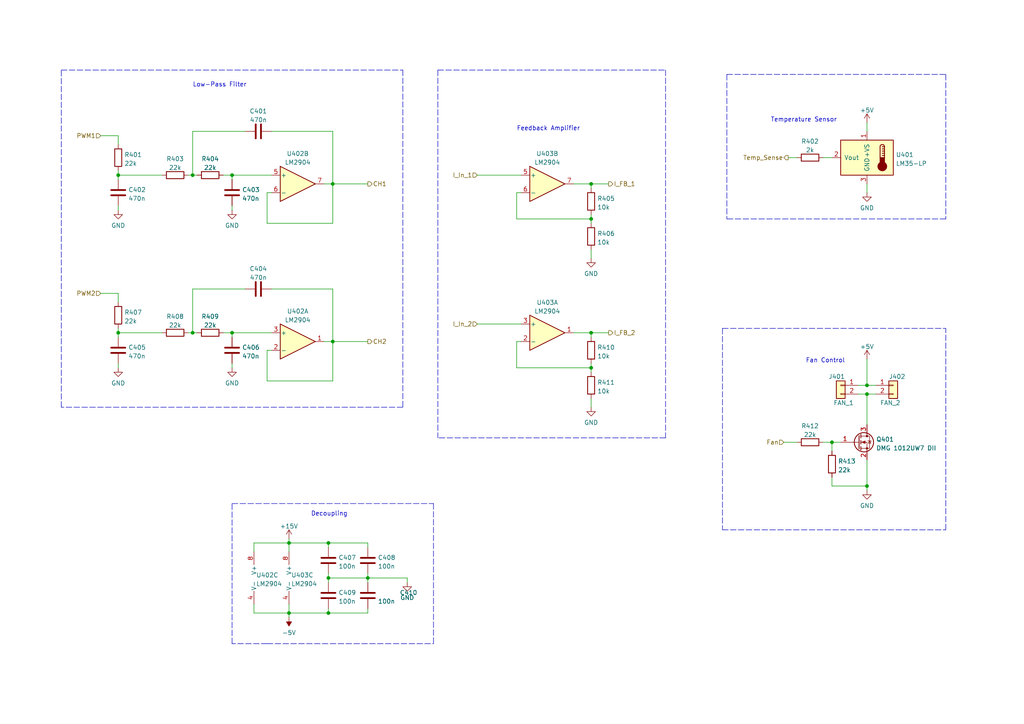
<source format=kicad_sch>
(kicad_sch (version 20211123) (generator eeschema)
  (paper "A4")
  (lib_symbols
    (symbol "Amplifier_Operational:LM2904" (pin_names (offset 0.127))
      (property "Reference" "U" (at 0 5.08 0))
      (property "Value" "LM2904" (at 0 -5.08 0))
      (symbol "LM2904_1_1"
        (polyline (pts (xy -5.08 5.08) (xy 5.08 0) (xy -5.08 -5.08) (xy -5.08 5.08)) (stroke (width 0.254)) (fill (type background)))
        (pin output line (at 7.62 0 180) (length 2.54) (name "~") (number "1"))
        (pin input line (at -7.62 -2.54 0) (length 2.54) (name "-") (number "2"))
        (pin input line (at -7.62 2.54 0) (length 2.54) (name "+") (number "3"))
      )
      (symbol "LM2904_2_1"
        (polyline (pts (xy -5.08 5.08) (xy 5.08 0) (xy -5.08 -5.08) (xy -5.08 5.08)) (stroke (width 0.254)) (fill (type background)))
        (pin input line (at -7.62 2.54 0) (length 2.54) (name "+") (number "5"))
        (pin input line (at -7.62 -2.54 0) (length 2.54) (name "-") (number "6"))
        (pin output line (at 7.62 0 180) (length 2.54) (name "~") (number "7"))
      )
      (symbol "LM2904_3_1"
        (pin power_in line (at -2.54 -7.62 90) (length 3.81) (name "V-") (number "4"))
        (pin power_in line (at -2.54 7.62 270) (length 3.81) (name "V+") (number "8"))
      )
    )
    (symbol "Connector_Generic:Conn_01x02" (pin_names (offset 1.016) hide)
      (property "Reference" "J" (at 0 2.54 0))
      (property "Value" "Conn_01x02" (at 0 -5.08 0))
      (symbol "Conn_01x02_1_1"
        (rectangle (start -1.27 -2.413) (end 0 -2.667) (stroke (width 0.1524)))
        (rectangle (start -1.27 0.127) (end 0 -0.127) (stroke (width 0.1524)))
        (rectangle (start -1.27 1.27) (end 1.27 -3.81) (stroke (width 0.254)) (fill (type background)))
        (pin passive line (at -5.08 0 0) (length 3.81) (name "Pin_1") (number "1"))
        (pin passive line (at -5.08 -2.54 0) (length 3.81) (name "Pin_2") (number "2"))
      )
    )
    (symbol "Device:C" (pin_numbers hide) (pin_names (offset 0.254))
      (property "Reference" "C" (at 0.635 2.54 0))
      (property "Value" "C" (at 0.635 -2.54 0))
      (symbol "C_0_1"
        (polyline (pts (xy -2.032 -0.762) (xy 2.032 -0.762)) (stroke (width 0.508)))
        (polyline (pts (xy -2.032 0.762) (xy 2.032 0.762)) (stroke (width 0.508)))
      )
      (symbol "C_1_1"
        (pin passive line (at 0 3.81 270) (length 2.794) (name "~") (number "1"))
        (pin passive line (at 0 -3.81 90) (length 2.794) (name "~") (number "2"))
      )
    )
    (symbol "Device:Q_NMOS_GSD" (pin_names (offset 0) hide)
      (property "Reference" "Q" (at 5.08 1.27 0))
      (property "Value" "Q_NMOS_GSD" (at 5.08 -1.27 0))
      (symbol "Q_NMOS_GSD_0_1"
        (polyline (pts (xy 0.254 0) (xy -2.54 0)))
        (polyline (pts (xy 0.254 1.905) (xy 0.254 -1.905)) (stroke (width 0.254)))
        (polyline (pts (xy 0.762 -1.27) (xy 0.762 -2.286)) (stroke (width 0.254)))
        (polyline (pts (xy 0.762 0.508) (xy 0.762 -0.508)) (stroke (width 0.254)))
        (polyline (pts (xy 0.762 2.286) (xy 0.762 1.27)) (stroke (width 0.254)))
        (polyline (pts (xy 2.54 2.54) (xy 2.54 1.778)))
        (polyline (pts (xy 2.54 -2.54) (xy 2.54 0) (xy 0.762 0)))
        (polyline (pts (xy 0.762 -1.778) (xy 3.302 -1.778) (xy 3.302 1.778) (xy 0.762 1.778)))
        (polyline (pts (xy 1.016 0) (xy 2.032 0.381) (xy 2.032 -0.381) (xy 1.016 0)) (fill (type outline)))
        (polyline (pts (xy 2.794 0.508) (xy 2.921 0.381) (xy 3.683 0.381) (xy 3.81 0.254)))
        (polyline (pts (xy 3.302 0.381) (xy 2.921 -0.254) (xy 3.683 -0.254) (xy 3.302 0.381)))
        (circle (center 1.651 0) (radius 2.794) (stroke (width 0.254)))
        (circle (center 2.54 -1.778) (radius 0.254) (fill (type outline)))
        (circle (center 2.54 1.778) (radius 0.254) (fill (type outline)))
      )
      (symbol "Q_NMOS_GSD_1_1"
        (pin input line (at -5.08 0 0) (length 2.54) (name "G") (number "1"))
        (pin passive line (at 2.54 -5.08 90) (length 2.54) (name "S") (number "2"))
        (pin passive line (at 2.54 5.08 270) (length 2.54) (name "D") (number "3"))
      )
    )
    (symbol "Device:R" (pin_numbers hide) (pin_names (offset 0))
      (property "Reference" "R" (at 2.032 0 90))
      (property "Value" "R" (at 0 0 90))
      (symbol "R_0_1"
        (rectangle (start -1.016 -2.54) (end 1.016 2.54) (stroke (width 0.254)))
      )
      (symbol "R_1_1"
        (pin passive line (at 0 3.81 270) (length 1.27) (name "~") (number "1"))
        (pin passive line (at 0 -3.81 90) (length 1.27) (name "~") (number "2"))
      )
    )
    (symbol "GND_1" (power) (pin_names (offset 0))
      (property "Value" "GND_1" (at 0 -3.81 0))
      (symbol "GND_1_0_1"
        (polyline (pts (xy 0 0) (xy 0 -1.27) (xy 1.27 -1.27) (xy 0 -2.54) (xy -1.27 -1.27) (xy 0 -1.27)))
      )
      (symbol "GND_1_1_1"
        (pin power_in line (at 0 0 270) (length 0) hide (name "GND") (number "1"))
      )
    )
    (symbol "Sensor_Temperature:LM35-LP" (pin_names (offset 1.016))
      (property "Reference" "U" (at -6.35 6.35 0))
      (property "Value" "LM35-LP" (at 1.27 6.35 0))
      (symbol "LM35-LP_0_1"
        (rectangle (start -7.62 5.08) (end 7.62 -5.08) (stroke (width 0.254)) (fill (type background)))
        (circle (center -4.445 -2.54) (radius 1.27) (stroke (width 0.254)) (fill (type outline)))
        (rectangle (start -3.81 -1.905) (end -5.08 0) (stroke (width 0.254)) (fill (type outline)))
        (arc (start -3.81 3.175) (mid -4.445 3.81) (end -5.08 3.175) (stroke (width 0.254)))
        (polyline (pts (xy -5.08 0.635) (xy -4.445 0.635)) (stroke (width 0.254)))
        (polyline (pts (xy -5.08 1.27) (xy -4.445 1.27)) (stroke (width 0.254)))
        (polyline (pts (xy -5.08 1.905) (xy -4.445 1.905)) (stroke (width 0.254)))
        (polyline (pts (xy -5.08 2.54) (xy -4.445 2.54)) (stroke (width 0.254)))
        (polyline (pts (xy -5.08 3.175) (xy -5.08 0)) (stroke (width 0.254)))
        (polyline (pts (xy -5.08 3.175) (xy -4.445 3.175)) (stroke (width 0.254)))
        (polyline (pts (xy -3.81 3.175) (xy -3.81 0)) (stroke (width 0.254)))
      )
      (symbol "LM35-LP_1_1"
        (pin power_in line (at 0 7.62 270) (length 2.54) (name "+VS") (number "1"))
        (pin output line (at 10.16 0 180) (length 2.54) (name "Vout") (number "2"))
        (pin power_in line (at 0 -7.62 90) (length 2.54) (name "GND") (number "3"))
      )
    )
    (symbol "power:+15V" (power) (pin_names (offset 0))
      (property "Value" "+15V" (at 0 3.556 0))
      (symbol "+15V_0_1"
        (polyline (pts (xy -0.762 1.27) (xy 0 2.54)))
        (polyline (pts (xy 0 0) (xy 0 2.54)))
        (polyline (pts (xy 0 2.54) (xy 0.762 1.27)))
      )
      (symbol "+15V_1_1"
        (pin power_in line (at 0 0 90) (length 0) hide (name "+15V") (number "1"))
      )
    )
    (symbol "power:+5V" (power) (pin_names (offset 0))
      (property "Value" "+5V" (at 0 3.556 0))
      (symbol "+5V_0_1"
        (polyline (pts (xy -0.762 1.27) (xy 0 2.54)))
        (polyline (pts (xy 0 0) (xy 0 2.54)))
        (polyline (pts (xy 0 2.54) (xy 0.762 1.27)))
      )
      (symbol "+5V_1_1"
        (pin power_in line (at 0 0 90) (length 0) hide (name "+5V") (number "1"))
      )
    )
    (symbol "power:-5V" (power) (pin_names (offset 0))
      (property "Value" "-5V" (at 0 3.81 0))
      (symbol "-5V_0_0"
        (pin power_in line (at 0 0 90) (length 0) hide (name "-5V") (number "1"))
      )
      (symbol "-5V_0_1"
        (polyline (pts (xy 0 0) (xy 0 1.27) (xy 0.762 1.27) (xy 0 2.54) (xy -0.762 1.27) (xy 0 1.27)) (fill (type outline)))
      )
    )
    (symbol "power:GND" (power) (pin_names (offset 0))
      (property "Value" "GND" (at 0 -3.81 0))
      (symbol "GND_0_1"
        (polyline (pts (xy 0 0) (xy 0 -1.27) (xy 1.27 -1.27) (xy 0 -2.54) (xy -1.27 -1.27) (xy 0 -1.27)))
      )
      (symbol "GND_1_1"
        (pin power_in line (at 0 0 270) (length 0) hide (name "GND") (number "1"))
      )
    )
  )
  (junction (at 95.25 167.64))
  (junction (at 251.46 111.76))
  (junction (at 171.45 63.5))
  (junction (at 67.31 50.8))
  (junction (at 251.46 114.3))
  (junction (at 106.68 167.64))
  (junction (at 83.82 157.48))
  (junction (at 95.25 157.48))
  (junction (at 171.45 106.68))
  (junction (at 171.45 53.34))
  (junction (at 55.88 96.52))
  (junction (at 67.31 96.52))
  (junction (at 83.82 177.8))
  (junction (at 96.52 99.06))
  (junction (at 251.46 140.97))
  (junction (at 95.25 177.8))
  (junction (at 34.29 50.8))
  (junction (at 34.29 96.52))
  (junction (at 171.45 96.52))
  (junction (at 55.88 50.8))
  (junction (at 96.52 53.34))
  (junction (at 241.3 128.27))
  (polyline (pts (xy 210.82 21.59) (xy 274.32 21.59)))
  (wire (pts (xy 29.21 85.09) (xy 34.29 85.09)))
  (wire (pts (xy 171.45 72.39) (xy 171.45 74.93)))
  (wire (pts (xy 171.45 106.68) (xy 171.45 107.95)))
  (wire (pts (xy 55.88 83.82) (xy 71.12 83.82)))
  (wire (pts (xy 171.45 115.57) (xy 171.45 118.11)))
  (wire (pts (xy 77.47 64.77) (xy 96.52 64.77)))
  (wire (pts (xy 166.37 96.52) (xy 171.45 96.52)))
  (wire (pts (xy 106.68 176.53) (xy 106.68 177.8)))
  (polyline (pts (xy 17.78 118.11) (xy 17.78 20.32)))
  (polyline (pts (xy 17.78 20.32) (xy 116.84 20.32)))
  (wire (pts (xy 78.74 55.88) (xy 77.47 55.88)))
  (wire (pts (xy 55.88 50.8) (xy 55.88 38.1)))
  (polyline (pts (xy 274.32 63.5) (xy 210.82 63.5)))
  (wire (pts (xy 251.46 35.56) (xy 251.46 38.1)))
  (wire (pts (xy 171.45 63.5) (xy 171.45 64.77)))
  (wire (pts (xy 228.6 45.72) (xy 231.14 45.72)))
  (polyline (pts (xy 67.31 146.05) (xy 125.73 146.05)))
  (polyline (pts (xy 67.31 186.69) (xy 67.31 146.05)))
  (wire (pts (xy 55.88 38.1) (xy 71.12 38.1)))
  (wire (pts (xy 166.37 53.34) (xy 171.45 53.34)))
  (wire (pts (xy 95.25 167.64) (xy 95.25 168.91)))
  (wire (pts (xy 227.33 128.27) (xy 231.14 128.27)))
  (wire (pts (xy 55.88 50.8) (xy 57.15 50.8)))
  (wire (pts (xy 34.29 95.25) (xy 34.29 96.52)))
  (wire (pts (xy 96.52 99.06) (xy 96.52 110.49)))
  (polyline (pts (xy 127 20.32) (xy 127 127)))
  (polyline (pts (xy 193.04 20.32) (xy 193.04 127)))
  (wire (pts (xy 96.52 53.34) (xy 106.68 53.34)))
  (polyline (pts (xy 210.82 21.59) (xy 210.82 63.5)))
  (wire (pts (xy 138.43 93.98) (xy 151.13 93.98)))
  (wire (pts (xy 67.31 59.69) (xy 67.31 60.96)))
  (polyline (pts (xy 125.73 146.05) (xy 125.73 186.69)))
  (wire (pts (xy 96.52 53.34) (xy 93.98 53.34)))
  (polyline (pts (xy 209.55 95.25) (xy 209.55 153.67)))
  (wire (pts (xy 96.52 53.34) (xy 96.52 64.77)))
  (wire (pts (xy 83.82 156.21) (xy 83.82 157.48)))
  (wire (pts (xy 251.46 111.76) (xy 254 111.76)))
  (wire (pts (xy 78.74 101.6) (xy 77.47 101.6)))
  (polyline (pts (xy 77.47 186.69) (xy 67.31 186.69)))
  (wire (pts (xy 171.45 96.52) (xy 176.53 96.52)))
  (wire (pts (xy 77.47 110.49) (xy 96.52 110.49)))
  (wire (pts (xy 96.52 99.06) (xy 93.98 99.06)))
  (wire (pts (xy 34.29 39.37) (xy 34.29 41.91)))
  (polyline (pts (xy 209.55 95.25) (xy 274.32 95.25)))
  (polyline (pts (xy 116.84 118.11) (xy 17.78 118.11)))
  (wire (pts (xy 251.46 53.34) (xy 251.46 55.88)))
  (wire (pts (xy 171.45 105.41) (xy 171.45 106.68)))
  (wire (pts (xy 241.3 138.43) (xy 241.3 140.97)))
  (wire (pts (xy 78.74 83.82) (xy 96.52 83.82)))
  (wire (pts (xy 149.86 55.88) (xy 149.86 63.5)))
  (wire (pts (xy 67.31 105.41) (xy 67.31 106.68)))
  (wire (pts (xy 106.68 167.64) (xy 118.11 167.64)))
  (wire (pts (xy 238.76 45.72) (xy 241.3 45.72)))
  (wire (pts (xy 171.45 62.23) (xy 171.45 63.5)))
  (wire (pts (xy 171.45 53.34) (xy 171.45 54.61)))
  (wire (pts (xy 77.47 55.88) (xy 77.47 64.77)))
  (wire (pts (xy 95.25 166.37) (xy 95.25 167.64)))
  (wire (pts (xy 73.66 177.8) (xy 83.82 177.8)))
  (polyline (pts (xy 209.55 153.67) (xy 274.32 153.67)))
  (wire (pts (xy 67.31 50.8) (xy 67.31 52.07)))
  (polyline (pts (xy 116.84 20.32) (xy 116.84 118.11)))
  (wire (pts (xy 251.46 114.3) (xy 254 114.3)))
  (wire (pts (xy 67.31 96.52) (xy 78.74 96.52)))
  (wire (pts (xy 67.31 50.8) (xy 78.74 50.8)))
  (wire (pts (xy 78.74 38.1) (xy 96.52 38.1)))
  (wire (pts (xy 34.29 97.79) (xy 34.29 96.52)))
  (wire (pts (xy 95.25 158.75) (xy 95.25 157.48)))
  (wire (pts (xy 34.29 59.69) (xy 34.29 60.96)))
  (wire (pts (xy 95.25 167.64) (xy 106.68 167.64)))
  (wire (pts (xy 77.47 101.6) (xy 77.47 110.49)))
  (polyline (pts (xy 193.04 127) (xy 127 127)))
  (wire (pts (xy 106.68 157.48) (xy 95.25 157.48)))
  (wire (pts (xy 34.29 96.52) (xy 46.99 96.52)))
  (wire (pts (xy 248.92 114.3) (xy 251.46 114.3)))
  (wire (pts (xy 251.46 133.35) (xy 251.46 140.97)))
  (wire (pts (xy 64.77 50.8) (xy 67.31 50.8)))
  (wire (pts (xy 251.46 104.14) (xy 251.46 111.76)))
  (wire (pts (xy 83.82 157.48) (xy 73.66 157.48)))
  (wire (pts (xy 106.68 166.37) (xy 106.68 167.64)))
  (wire (pts (xy 149.86 99.06) (xy 149.86 106.68)))
  (polyline (pts (xy 127 20.32) (xy 193.04 20.32)))
  (wire (pts (xy 149.86 106.68) (xy 171.45 106.68)))
  (polyline (pts (xy 274.32 153.67) (xy 274.32 95.25)))
  (wire (pts (xy 55.88 96.52) (xy 55.88 83.82)))
  (wire (pts (xy 171.45 53.34) (xy 176.53 53.34)))
  (wire (pts (xy 138.43 50.8) (xy 151.13 50.8)))
  (wire (pts (xy 83.82 175.26) (xy 83.82 177.8)))
  (wire (pts (xy 34.29 85.09) (xy 34.29 87.63)))
  (wire (pts (xy 55.88 96.52) (xy 57.15 96.52)))
  (wire (pts (xy 248.92 111.76) (xy 251.46 111.76)))
  (wire (pts (xy 241.3 140.97) (xy 251.46 140.97)))
  (wire (pts (xy 251.46 140.97) (xy 251.46 142.24)))
  (wire (pts (xy 106.68 158.75) (xy 106.68 157.48)))
  (wire (pts (xy 34.29 52.07) (xy 34.29 50.8)))
  (wire (pts (xy 54.61 96.52) (xy 55.88 96.52)))
  (wire (pts (xy 54.61 50.8) (xy 55.88 50.8)))
  (wire (pts (xy 149.86 63.5) (xy 171.45 63.5)))
  (wire (pts (xy 96.52 38.1) (xy 96.52 53.34)))
  (wire (pts (xy 34.29 50.8) (xy 46.99 50.8)))
  (wire (pts (xy 67.31 96.52) (xy 67.31 97.79)))
  (wire (pts (xy 106.68 167.64) (xy 106.68 168.91)))
  (polyline (pts (xy 77.47 186.69) (xy 125.73 186.69)))
  (wire (pts (xy 34.29 105.41) (xy 34.29 106.68)))
  (wire (pts (xy 238.76 128.27) (xy 241.3 128.27)))
  (wire (pts (xy 106.68 177.8) (xy 95.25 177.8)))
  (wire (pts (xy 251.46 123.19) (xy 251.46 114.3)))
  (wire (pts (xy 151.13 99.06) (xy 149.86 99.06)))
  (wire (pts (xy 73.66 175.26) (xy 73.66 177.8)))
  (wire (pts (xy 29.21 39.37) (xy 34.29 39.37)))
  (wire (pts (xy 95.25 176.53) (xy 95.25 177.8)))
  (wire (pts (xy 241.3 128.27) (xy 241.3 130.81)))
  (wire (pts (xy 95.25 177.8) (xy 83.82 177.8)))
  (wire (pts (xy 64.77 96.52) (xy 67.31 96.52)))
  (wire (pts (xy 96.52 83.82) (xy 96.52 99.06)))
  (wire (pts (xy 83.82 177.8) (xy 83.82 179.07)))
  (wire (pts (xy 241.3 128.27) (xy 243.84 128.27)))
  (wire (pts (xy 95.25 157.48) (xy 83.82 157.48)))
  (wire (pts (xy 171.45 96.52) (xy 171.45 97.79)))
  (wire (pts (xy 83.82 157.48) (xy 83.82 160.02)))
  (wire (pts (xy 96.52 99.06) (xy 106.68 99.06)))
  (wire (pts (xy 34.29 49.53) (xy 34.29 50.8)))
  (polyline (pts (xy 274.32 21.59) (xy 274.32 63.5)))
  (wire (pts (xy 118.11 167.64) (xy 118.11 168.91)))
  (wire (pts (xy 73.66 157.48) (xy 73.66 160.02)))
  (wire (pts (xy 151.13 55.88) (xy 149.86 55.88)))
  (text "Decoupling" (at 90.17 149.86 0) (effects (font (size 1.27 1.27)) (justify left bottom)))
  (text "Fan Control" (at 233.68 105.41 0) (effects (font (size 1.27 1.27)) (justify left bottom)))
  (text "Feedback Amplifier" (at 149.86 38.1 0) (effects (font (size 1.27 1.27)) (justify left bottom)))
  (text "Low-Pass Filter" (at 55.88 25.4 0) (effects (font (size 1.27 1.27)) (justify left bottom)))
  (text "Temperature Sensor" (at 223.52 35.56 0) (effects (font (size 1.27 1.27)) (justify left bottom)))
  (hierarchical_label "PWM2" (shape input) (at 29.21 85.09 180))
  (hierarchical_label "CH2" (shape output) (at 106.68 99.06 0))
  (hierarchical_label "CH1" (shape output) (at 106.68 53.34 0))
  (hierarchical_label "I_In_2" (shape input) (at 138.43 93.98 180))
  (hierarchical_label "I_FB_1" (shape output) (at 176.53 53.34 0))
  (hierarchical_label "I_FB_2" (shape output) (at 176.53 96.52 0))
  (hierarchical_label "I_In_1" (shape input) (at 138.43 50.8 180))
  (hierarchical_label "Temp_Sense" (shape output) (at 228.6 45.72 180))
  (hierarchical_label "PWM1" (shape input) (at 29.21 39.37 180))
  (hierarchical_label "Fan" (shape input) (at 227.33 128.27 180))
  (symbol (lib_id "Device:C") (at 106.68 162.56 0) (unit 1)
    (property "Reference" "C408" (at 109.601 161.7253 0) (effects (justify left)))
    (property "Value" "100n" (at 109.601 164.2622 0) (effects (justify left)))
    (property "Footprint" "Capacitor_SMD:C_0805_2012Metric" (effects hide))
  )
  (symbol (lib_id "power:+15V") (at 83.82 156.21 0) (unit 1)
    (property "Reference" "#PWR0411" (effects hide))
    (property "Value" "+15V" (at 83.82 152.6342 0))
  )
  (symbol (lib_id "Device:C") (at 67.31 101.6 0) (unit 1)
    (property "Reference" "C406" (at 70.231 100.7653 0) (effects (justify left)))
    (property "Value" "470n" (at 70.231 103.3022 0) (effects (justify left)))
    (property "Footprint" "Capacitor_SMD:C_0805_2012Metric" (effects hide))
  )
  (symbol (lib_id "Device:R") (at 171.45 111.76 180) (unit 1)
    (property "Reference" "R411" (at 173.228 110.9253 0) (effects (justify right)))
    (property "Value" "10k" (at 173.228 113.4622 0) (effects (justify right)))
    (property "Footprint" "Resistor_SMD:R_0805_2012Metric" (effects hide))
  )
  (symbol (lib_id "Device:C") (at 95.25 172.72 0) (unit 1)
    (property "Reference" "C409" (at 98.171 171.8853 0) (effects (justify left)))
    (property "Value" "100n" (at 98.171 174.4222 0) (effects (justify left)))
    (property "Footprint" "Capacitor_SMD:C_0805_2012Metric" (effects hide))
  )
  (symbol (lib_id "power:+5V") (at 251.46 35.56 0) (unit 1)
    (property "Reference" "#PWR0401" (effects hide))
    (property "Value" "+5V" (at 251.46 31.9842 0))
  )
  (symbol (lib_id "Device:R") (at 50.8 50.8 90) (unit 1)
    (property "Reference" "R403" (at 50.8 46.0842 90))
    (property "Value" "22k" (at 50.8 48.6211 90))
    (property "Footprint" "Resistor_SMD:R_0805_2012Metric" (effects hide))
  )
  (symbol (lib_id "power:GND") (at 34.29 60.96 0) (unit 1)
    (property "Reference" "#PWR0403" (effects hide))
    (property "Value" "GND" (at 34.29 65.4034 0))
  )
  (symbol (lib_id "Device:R") (at 34.29 45.72 0) (unit 1)
    (property "Reference" "R401" (at 36.068 44.8853 0) (effects (justify left)))
    (property "Value" "22k" (at 36.068 47.4222 0) (effects (justify left)))
    (property "Footprint" "Resistor_SMD:R_0805_2012Metric" (effects hide))
  )
  (symbol (lib_id "Device:Q_NMOS_GSD") (at 248.92 128.27 0) (unit 1)
    (property "Reference" "Q401" (at 254.127 127.4353 0) (effects (justify left)))
    (property "Value" "DMG 1012UW7 DII" (at 254.127 129.9722 0) (effects (justify left)))
    (property "Footprint" "Package_TO_SOT_SMD:SOT-323_SC-70" (effects hide))
  )
  (symbol (lib_id "power:GND") (at 118.11 168.91 0) (unit 1)
    (property "Reference" "#PWR0412" (effects hide))
    (property "Value" "GND" (at 118.11 173.3534 0))
  )
  (symbol (lib_id "Amplifier_Operational:LM2904") (at 86.36 53.34 0) (unit 2)
    (property "Reference" "U402" (at 86.36 44.5602 0))
    (property "Value" "LM2904" (at 86.36 47.0971 0))
    (property "Footprint" "Package_SO:SOIC-8_3.9x4.9mm_P1.27mm" (effects hide))
    (property "Datasheet" "http://www.ti.com/lit/ds/symlink/lm358.pdf" (effects hide))
  )
  (symbol (lib_id "Device:C") (at 34.29 55.88 0) (unit 1)
    (property "Reference" "C402" (at 37.211 55.0453 0) (effects (justify left)))
    (property "Value" "470n" (at 37.211 57.5822 0) (effects (justify left)))
    (property "Footprint" "Capacitor_SMD:C_0805_2012Metric" (effects hide))
  )
  (symbol (lib_id "Device:R") (at 171.45 68.58 180) (unit 1)
    (property "Reference" "R406" (at 173.228 67.7453 0) (effects (justify right)))
    (property "Value" "10k" (at 173.228 70.2822 0) (effects (justify right)))
    (property "Footprint" "Resistor_SMD:R_0805_2012Metric" (effects hide))
  )
  (symbol (lib_id "power:-5V") (at 83.82 179.07 180) (unit 1)
    (property "Reference" "#PWR0413" (effects hide))
    (property "Value" "-5V" (at 83.82 183.5134 0))
  )
  (symbol (lib_id "Device:R") (at 234.95 45.72 90) (unit 1)
    (property "Reference" "R402" (at 234.95 41.0042 90))
    (property "Value" "2k" (at 234.95 43.5411 90))
    (property "Footprint" "Resistor_SMD:R_0805_2012Metric" (effects hide))
  )
  (symbol (lib_name "GND_1") (lib_id "power:GND") (at 251.46 55.88 0) (unit 1)
    (property "Reference" "#PWR0402" (effects hide))
    (property "Value" "GND" (at 251.46 60.3234 0))
  )
  (symbol (lib_id "Device:R") (at 34.29 91.44 0) (unit 1)
    (property "Reference" "R407" (at 36.068 90.6053 0) (effects (justify left)))
    (property "Value" "22k" (at 36.068 93.1422 0) (effects (justify left)))
    (property "Footprint" "Resistor_SMD:R_0805_2012Metric" (effects hide))
  )
  (symbol (lib_id "Amplifier_Operational:LM2904") (at 158.75 96.52 0) (unit 1)
    (property "Reference" "U403" (at 158.75 87.7402 0))
    (property "Value" "LM2904" (at 158.75 90.2771 0))
    (property "Footprint" "Package_SO:SOIC-8_3.9x4.9mm_P1.27mm" (effects hide))
    (property "Datasheet" "http://www.ti.com/lit/ds/symlink/lm358.pdf" (effects hide))
  )
  (symbol (lib_id "Amplifier_Operational:LM2904") (at 76.2 167.64 0) (unit 3)
    (property "Reference" "U402" (at 74.295 166.8053 0) (effects (justify left)))
    (property "Value" "LM2904" (at 74.295 169.3422 0) (effects (justify left)))
    (property "Footprint" "Package_SO:SOIC-8_3.9x4.9mm_P1.27mm" (effects hide))
    (property "Datasheet" "http://www.ti.com/lit/ds/symlink/lm358.pdf" (effects hide))
  )
  (symbol (lib_id "Device:R") (at 241.3 134.62 180) (unit 1)
    (property "Reference" "R413" (at 243.078 133.7853 0) (effects (justify right)))
    (property "Value" "22k" (at 243.078 136.3222 0) (effects (justify right)))
    (property "Footprint" "Resistor_SMD:R_0805_2012Metric" (effects hide))
  )
  (symbol (lib_id "Device:C") (at 67.31 55.88 0) (unit 1)
    (property "Reference" "C403" (at 70.231 55.0453 0) (effects (justify left)))
    (property "Value" "470n" (at 70.231 57.5822 0) (effects (justify left)))
    (property "Footprint" "Capacitor_SMD:C_0805_2012Metric" (effects hide))
  )
  (symbol (lib_id "Device:C") (at 95.25 162.56 0) (unit 1)
    (property "Reference" "C407" (at 98.171 161.7253 0) (effects (justify left)))
    (property "Value" "100n" (at 98.171 164.2622 0) (effects (justify left)))
    (property "Footprint" "Capacitor_SMD:C_0805_2012Metric" (effects hide))
  )
  (symbol (lib_id "power:GND") (at 34.29 106.68 0) (unit 1)
    (property "Reference" "#PWR0407" (effects hide))
    (property "Value" "GND" (at 34.29 111.1234 0))
  )
  (symbol (lib_id "Device:R") (at 171.45 101.6 180) (unit 1)
    (property "Reference" "R410" (at 173.228 100.7653 0) (effects (justify right)))
    (property "Value" "10k" (at 173.228 103.3022 0) (effects (justify right)))
    (property "Footprint" "Resistor_SMD:R_0805_2012Metric" (effects hide))
  )
  (symbol (lib_id "Device:R") (at 171.45 58.42 180) (unit 1)
    (property "Reference" "R405" (at 173.228 57.5853 0) (effects (justify right)))
    (property "Value" "10k" (at 173.228 60.1222 0) (effects (justify right)))
    (property "Footprint" "Resistor_SMD:R_0805_2012Metric" (effects hide))
  )
  (symbol (lib_id "power:GND") (at 171.45 74.93 0) (unit 1)
    (property "Reference" "#PWR0405" (effects hide))
    (property "Value" "GND" (at 171.45 79.3734 0))
  )
  (symbol (lib_id "Device:C") (at 74.93 83.82 90) (unit 1)
    (property "Reference" "C404" (at 74.93 77.9612 90))
    (property "Value" "470n" (at 74.93 80.4981 90))
    (property "Footprint" "Capacitor_SMD:C_0805_2012Metric" (effects hide))
  )
  (symbol (lib_id "power:GND") (at 67.31 60.96 0) (unit 1)
    (property "Reference" "#PWR0404" (effects hide))
    (property "Value" "GND" (at 67.31 65.4034 0))
  )
  (symbol (lib_id "power:GND") (at 67.31 106.68 0) (unit 1)
    (property "Reference" "#PWR0408" (effects hide))
    (property "Value" "GND" (at 67.31 111.1234 0))
  )
  (symbol (lib_id "Amplifier_Operational:LM2904") (at 86.36 99.06 0) (unit 1)
    (property "Reference" "U402" (at 86.36 90.2802 0))
    (property "Value" "LM2904" (at 86.36 92.8171 0))
    (property "Footprint" "Package_SO:SOIC-8_3.9x4.9mm_P1.27mm" (effects hide))
    (property "Datasheet" "http://www.ti.com/lit/ds/symlink/lm358.pdf" (effects hide))
  )
  (symbol (lib_id "power:GND") (at 171.45 118.11 0) (unit 1)
    (property "Reference" "#PWR0409" (effects hide))
    (property "Value" "GND" (at 171.45 122.5534 0))
  )
  (symbol (lib_id "Device:R") (at 50.8 96.52 90) (unit 1)
    (property "Reference" "R408" (at 50.8 91.8042 90))
    (property "Value" "22k" (at 50.8 94.3411 90))
    (property "Footprint" "Resistor_SMD:R_0805_2012Metric" (effects hide))
  )
  (symbol (lib_id "Device:R") (at 234.95 128.27 90) (unit 1)
    (property "Reference" "R412" (at 234.95 123.5542 90))
    (property "Value" "22k" (at 234.95 126.0911 90))
    (property "Footprint" "Resistor_SMD:R_0805_2012Metric" (effects hide))
  )
  (symbol (lib_id "Connector_Generic:Conn_01x02") (at 259.08 111.76 0) (unit 1)
    (property "Reference" "J402" (at 257.81 109.22 0) (effects (justify left)))
    (property "Value" "FAN_2" (at 255.27 116.84 0) (effects (justify left)))
    (property "Footprint" "Connector_PinHeader_2.54mm:PinHeader_1x02_P2.54mm_Vertical" (effects hide))
  )
  (symbol (lib_id "Device:R") (at 60.96 50.8 90) (unit 1)
    (property "Reference" "R404" (at 60.96 46.0842 90))
    (property "Value" "22k" (at 60.96 48.6211 90))
    (property "Footprint" "Resistor_SMD:R_0805_2012Metric" (effects hide))
  )
  (symbol (lib_id "Amplifier_Operational:LM2904") (at 158.75 53.34 0) (unit 2)
    (property "Reference" "U403" (at 158.75 44.5602 0))
    (property "Value" "LM2904" (at 158.75 47.0971 0))
    (property "Footprint" "Package_SO:SOIC-8_3.9x4.9mm_P1.27mm" (effects hide))
    (property "Datasheet" "http://www.ti.com/lit/ds/symlink/lm358.pdf" (effects hide))
  )
  (symbol (lib_id "power:+5V") (at 251.46 104.14 0) (unit 1)
    (property "Reference" "#PWR0406" (effects hide))
    (property "Value" "+5V" (at 251.46 100.5642 0))
  )
  (symbol (lib_id "Device:C") (at 34.29 101.6 0) (unit 1)
    (property "Reference" "C405" (at 37.211 100.7653 0) (effects (justify left)))
    (property "Value" "470n" (at 37.211 103.3022 0) (effects (justify left)))
    (property "Footprint" "Capacitor_SMD:C_0805_2012Metric" (effects hide))
  )
  (symbol (lib_id "Connector_Generic:Conn_01x02") (at 243.84 111.76 0) (mirror y) (unit 1)
    (property "Reference" "J401" (at 245.11 109.22 0) (effects (justify left)))
    (property "Value" "FAN_1" (at 247.65 116.84 0) (effects (justify left)))
    (property "Footprint" "Connector_PinHeader_2.54mm:PinHeader_1x02_P2.54mm_Vertical" (effects hide))
  )
  (symbol (lib_id "Device:C") (at 106.68 172.72 0) (unit 1)
    (property "Reference" "C410" (at 115.951 171.8853 0) (effects (justify left)))
    (property "Value" "100n" (at 109.601 174.4222 0) (effects (justify left)))
    (property "Footprint" "Capacitor_SMD:C_0805_2012Metric" (effects hide))
  )
  (symbol (lib_id "Sensor_Temperature:LM35-LP") (at 251.46 45.72 0) (mirror y) (unit 1)
    (property "Reference" "U401" (at 259.842 44.8853 0) (effects (justify right)))
    (property "Value" "LM35-LP" (at 259.842 47.4222 0) (effects (justify right)))
    (property "Footprint" "Package_TO_SOT_THT:TO-92" (effects hide))
    (property "Datasheet" "http://www.ti.com/lit/ds/symlink/lm35.pdf" (effects hide))
  )
  (symbol (lib_id "power:GND") (at 251.46 142.24 0) (unit 1)
    (property "Reference" "#PWR0410" (effects hide))
    (property "Value" "GND" (at 251.46 146.6834 0))
  )
  (symbol (lib_id "Device:R") (at 60.96 96.52 90) (unit 1)
    (property "Reference" "R409" (at 60.96 91.8042 90))
    (property "Value" "22k" (at 60.96 94.3411 90))
    (property "Footprint" "Resistor_SMD:R_0805_2012Metric" (effects hide))
  )
  (symbol (lib_id "Amplifier_Operational:LM2904") (at 86.36 167.64 0) (unit 3)
    (property "Reference" "U403" (at 84.455 166.8053 0) (effects (justify left)))
    (property "Value" "LM2904" (at 84.455 169.3422 0) (effects (justify left)))
    (property "Footprint" "Package_SO:SOIC-8_3.9x4.9mm_P1.27mm" (effects hide))
    (property "Datasheet" "http://www.ti.com/lit/ds/symlink/lm358.pdf" (effects hide))
  )
  (symbol (lib_id "Device:C") (at 74.93 38.1 90) (unit 1)
    (property "Reference" "C401" (at 74.93 32.2412 90))
    (property "Value" "470n" (at 74.93 34.7781 90))
    (property "Footprint" "Capacitor_SMD:C_0805_2012Metric" (effects hide))
  )
)
</source>
